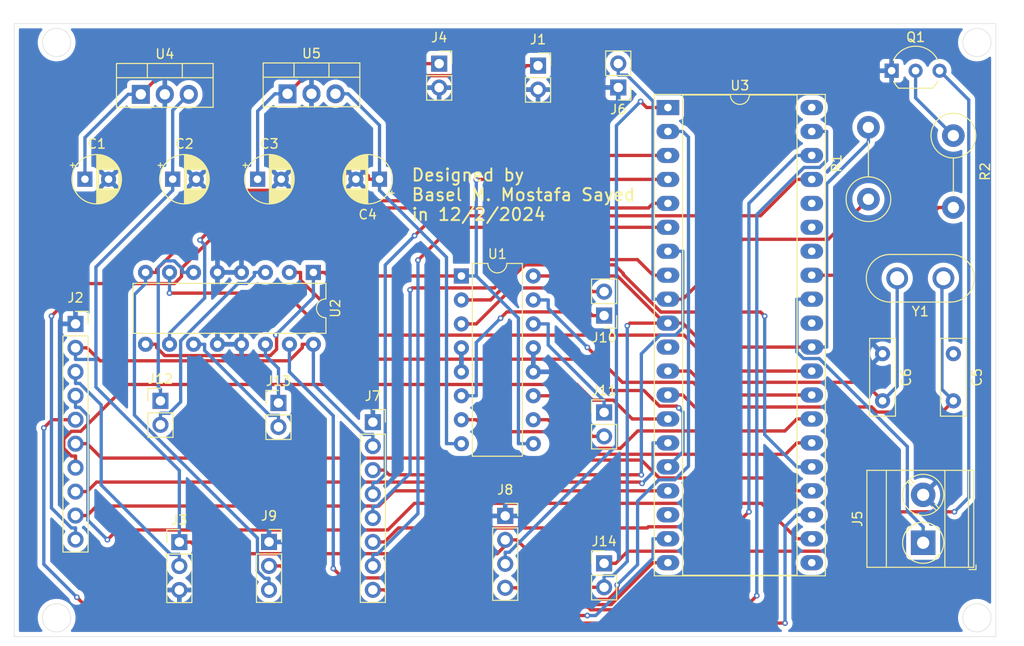
<source format=kicad_pcb>
(kicad_pcb (version 20240108) (generator "pcbnew") (generator_version "8.0")
  (layers (0 "F.Cu" signal) (31 "B.Cu" signal) (34 "B.Paste" user) (35 "F.Paste" user) (36 "B.SilkS" user "B.Silkscreen") (37 "F.SilkS" user "F.Silkscreen") (38 "B.Mask" user) (39 "F.Mask" user) (44 "Edge.Cuts" user))
  (net 0 "")
  (net 1 "GNDREF")
  (net 2 "Input_voltage")
  (net 3 "5V")
  (net 4 "Input_voltage_motors")
  (net 5 "5V Motors")
  (net 6 "Net-(U3-XTAL1)")
  (net 7 "Net-(U3-XTAL2)")
  (net 8 "RW")
  (net 9 "E")
  (net 10 "RS")
  (net 11 "LCD_D7")
  (net 12 "LCD_D5")
  (net 13 "LCD_D4")
  (net 14 "Net-(J2-Pin_3)")
  (net 15 "LCD_D6")
  (net 16 "Net-(J5-Pin_1)")
  (net 17 "Net-(J6-Pin_2)")
  (net 18 "IR_CENTER_A")
  (net 19 "IR_CENTER_D")
  (net 20 "IR_RIGHT_A")
  (net 21 "IR_LEFT_D")
  (net 22 "IR_RIGHT_D")
  (net 23 "IR_LEFT_A")
  (net 24 "TRIG")
  (net 25 "ECHO")
  (net 26 "TIM1_PWM")
  (net 27 "Net-(J10-Pin_2)")
  (net 28 "Net-(J10-Pin_1)")
  (net 29 "Net-(J11-Pin_2)")
  (net 30 "Net-(J11-Pin_1)")
  (net 31 "Net-(J12-Pin_2)")
  (net 32 "Net-(J12-Pin_1)")
  (net 33 "Net-(J13-Pin_1)")
  (net 34 "Net-(J13-Pin_2)")
  (net 35 "Net-(J14-Pin_1)")
  (net 36 "Net-(Q1-B)")
  (net 37 "BUZZER")
  (net 38 "IN1_M1")
  (net 39 "PWM_TMR0")
  (net 40 "IN2_M2")
  (net 41 "IN2_M1")
  (net 42 "IN1_M2")
  (net 43 "IN2_M4")
  (net 44 "IN1_M4")
  (net 45 "IN1_M3")
  (net 46 "IN2_M3")
  (footprint "Connector_PinHeader_2.54mm:PinHeader_1x02_P2.54mm_Vertical" (layer "F.Cu") (at 103 105)
    (property "Reference" "J12")
    (property "Value" "Motor 3")
  )
  (footprint "Connector_PinHeader_2.54mm:PinHeader_1x02_P2.54mm_Vertical" (layer "F.Cu") (at 151.5 71.775 180)
    (property "Reference" "J6")
    (property "Value" "RST switch")
  )
  (footprint "Connector_PinHeader_2.54mm:PinHeader_1x02_P2.54mm_Vertical" (layer "F.Cu") (at 115.5 105.225)
    (property "Reference" "J13")
    (property "Value" "Motor 4")
  )
  (footprint "Capacitor_THT:C_Disc_D8.0mm_W2.5mm_P5.00mm" (layer "F.Cu") (at 179.5 100 -90)
    (property "Reference" "C6")
    (property "Value" "22pF")
  )
  (footprint "Connector_PinSocket_2.54mm:PinSocket_1x08_P2.54mm_Vertical" (layer "F.Cu") (at 125.5 107.26)
    (property "Reference" "J7")
    (property "Value" "TCRT sensors")
  )
  (footprint "Package_TO_SOT_THT:TO-220-3_Vertical" (layer "F.Cu") (at 100.92 72.5)
    (property "Reference" "U4")
    (property "Value" "L7805")
  )
  (footprint "Connector_PinSocket_2.54mm:PinSocket_1x04_P2.54mm_Vertical" (layer "F.Cu") (at 139.525 117.2)
    (property "Reference" "J8")
    (property "Value" "Ultrasonic sensor")
  )
  (footprint "Package_DIP:DIP-16_W7.62mm" (layer "F.Cu") (at 134.88 91.76)
    (property "Reference" "U1")
    (property "Value" "L293D")
  )
  (footprint "Connector_PinSocket_2.54mm:PinSocket_1x10_P2.54mm_Vertical" (layer "F.Cu") (at 94 96.84)
    (property "Reference" "J2")
    (property "Value" "LCD 16x2")
  )
  (footprint "Capacitor_THT:CP_Radial_D5.0mm_P2.50mm" (layer "F.Cu") (at 95 81.5)
    (property "Reference" "C1")
    (property "Value" "1uF")
  )
  (footprint "Crystal:Crystal_HC50_Vertical" (layer "F.Cu") (at 185.95 92 180)
    (property "Reference" "Y1")
    (property "Value" "16MHZ")
  )
  (footprint "Connector_PinHeader_2.54mm:PinHeader_1x02_P2.54mm_Vertical" (layer "F.Cu") (at 150 95.96 180)
    (property "Reference" "J10")
    (property "Value" "Motor 1")
  )
  (footprint "Resistor_THT:R_Axial_DIN0414_L11.9mm_D4.5mm_P7.62mm_Vertical" (layer "F.Cu") (at 178 83.62 90)
    (property "Reference" "R1")
    (property "Value" "10kohm")
  )
  (footprint "Connector_PinHeader_2.54mm:PinHeader_1x02_P2.54mm_Vertical" (layer "F.Cu") (at 150 122.225)
    (property "Reference" "J14")
    (property "Value" "Buzzer")
  )
  (footprint "Package_TO_SOT_THT:TO-220-3_Vertical" (layer "F.Cu") (at 116.46 72.445)
    (property "Reference" "U5")
    (property "Value" "L7805")
  )
  (footprint "Capacitor_THT:C_Disc_D8.0mm_W2.5mm_P5.00mm" (layer "F.Cu") (at 187 100 -90)
    (property "Reference" "C5")
    (property "Value" "22pF")
  )
  (footprint "Connector_PinSocket_2.54mm:PinSocket_1x02_P2.54mm_Vertical" (layer "F.Cu") (at 132.525 69.25)
    (property "Reference" "J4")
    (property "Value" "IN_POW")
  )
  (footprint "Capacitor_THT:CP_Radial_D5.0mm_P2.50mm" (layer "F.Cu") (at 113.2949 81.5)
    (property "Reference" "C3")
    (property "Value" "1uF")
  )
  (footprint "Capacitor_THT:CP_Radial_D5.0mm_P2.50mm" (layer "F.Cu") (at 126.2051 81.5 180)
    (property "Reference" "C4")
    (property "Value" "10uF")
  )
  (footprint "Connector_PinHeader_2.54mm:PinHeader_1x02_P2.54mm_Vertical" (layer "F.Cu") (at 150 106.225)
    (property "Reference" "J11")
    (property "Value" "Motor 2")
  )
  (footprint "TerminalBlock_Phoenix:TerminalBlock_Phoenix_MKDS-3-2-5.08_1x02_P5.08mm_Horizontal" (layer "F.Cu") (at 183.8 120.045 90)
    (property "Reference" "J5")
    (property "Value" "AREF IN")
  )
  (footprint "Package_TO_SOT_THT:TO-92_Inline_Wide" (layer "F.Cu") (at 180.46 70)
    (property "Reference" "Q1")
    (property "Value" "2N3904")
  )
  (footprint "Package_DIP:DIP-16_W7.62mm" (layer "F.Cu") (at 119.2 91.38 -90)
    (property "Reference" "U2")
    (property "Value" "L293D")
  )
  (footprint "Capacitor_THT:CP_Radial_D5.0mm_P2.50mm" (layer "F.Cu") (at 104.2949 81.5)
    (property "Reference" "C2")
    (property "Value" "10uF")
  )
  (footprint "Resistor_THT:R_Axial_DIN0414_L11.9mm_D4.5mm_P7.62mm_Vertical" (layer "F.Cu") (at 187 76.88 -90)
    (property "Reference" "R2")
    (property "Value" "220ohm")
  )
  (footprint "Connector_PinHeader_2.54mm:PinHeader_1x03_P2.54mm_Vertical" (layer "F.Cu") (at 105 119.975)
    (property "Reference" "J3")
    (property "Value" "POT_LCD")
  )
  (footprint "Connector_PinSocket_2.54mm:PinSocket_1x03_P2.54mm_Vertical" (layer "F.Cu") (at 114.5 119.96)
    (property "Reference" "J9")
    (property "Value" "Servo")
  )
  (footprint "Package_DIP:DIP-40_W15.24mm_Socket_LongPads" (layer "F.Cu") (at 156.76 73.9)
    (property "Reference" "U3")
    (property "Value" "ATmega32A-P")
  )
  (footprint "Connector_PinSocket_2.54mm:PinSocket_1x02_P2.54mm_Vertical" (layer "F.Cu") (at 143 69.46)
    (property "Reference" "J1")
    (property "Value" "IN_MOTORS")
  )
  (gr_circle (center 92 128) (end 92 126.5) (stroke (width 0.05)) (fill none) (layer "Edge.Cuts"))
  (gr_circle (center 189.5 128) (end 189.5 126.5) (stroke (width 0.05)) (fill none) (layer "Edge.Cuts"))
  (gr_rect (start 87.5 65) (end 191.5 130) (stroke (width 0.05)) (fill none) (layer "Edge.Cuts"))
  (gr_circle (center 92 67) (end 92 65.5) (stroke (width 0.05)) (fill none) (layer "Edge.Cuts"))
  (gr_circle (center 189.5 67) (end 189.5 65.5) (stroke (width 0.05)) (fill none) (layer "Edge.Cuts"))
  (gr_text "Designed by \nBasel M. Mostafa Sayed\nin 12/2/2024\n" (at 129.5 86 0) (layer "F.SilkS") (effects (font (size 1.3 1.3) (thickness 0.2) (bold yes)) (justify left bottom)))
  (segment (start 132.525 69.25) (end 104.17 69.25) (width 0.35) (layer "F.Cu") (net 2))
  (segment (start 104.17 69.25) (end 100.92 72.5) (width 0.35) (layer "F.Cu") (net 2))
  (segment (start 95 81.5) (end 95 77.0908) (width 0.35) (layer "B.Cu") (net 2))
  (segment (start 95 77.0908) (end 99.5908 72.5) (width 0.35) (layer "B.Cu") (net 2))
  (segment (start 100.92 72.5) (end 99.5908 72.5) (width 0.35) (layer "B.Cu") (net 2))
  (segment (start 142.5 91.76) (end 144.0767 91.76) (width 0.35) (layer "F.Cu") (net 3))
  (segment (start 140.1384 119.74) (end 140.7517 119.74) (width 0.35) (layer "F.Cu") (net 3))
  (segment (start 156.9768 96.76) (end 156.76 96.76) (width 0.35) (layer "F.Cu") (net 3))
  (segment (start 140.1384 119.74) (end 138.6767 121.2017) (width 0.35) (layer "F.Cu") (net 3))
  (segment (start 105 119.975) (end 106.2267 119.975) (width 0.35) (layer "F.Cu") (net 3))
  (segment (start 160.8767 99.3) (end 158.3367 96.76) (width 0.35) (layer "F.Cu") (net 3))
  (segment (start 95.2267 99.38) (end 96.6 100.7533) (width 0.35) (layer "F.Cu") (net 3))
  (segment (start 156.4134 96.76) (end 156.76 96.76) (width 0.35) (layer "F.Cu") (net 3))
  (segment (start 139.525 119.74) (end 140.1384 119.74) (width 0.35) (layer "F.Cu") (net 3))
  (segment (start 94 99.38) (end 95.2267 99.38) (width 0.35) (layer "F.Cu") (net 3))
  (segment (start 96.6 100.7533) (end 116.6377 100.7533) (width 0.35) (layer "F.Cu") (net 3))
  (segment (start 172 99.3) (end 160.8767 99.3) (width 0.35) (layer "F.Cu") (net 3))
  (segment (start 145.7767 124.765) (end 150 124.765) (width 0.35) (layer "F.Cu") (net 3))
  (segment (start 152.736 96.76) (end 152.4539 97.0421) (width 0.35) (layer "F.Cu") (net 3))
  (segment (start 116.6377 100.7533) (end 118.0233 99.3677) (width 0.35) (layer "F.Cu") (net 3))
  (segment (start 140.7517 119.74) (end 145.7767 124.765) (width 0.35) (layer "F.Cu") (net 3))
  (segment (start 119.2 99) (end 118.0233 99) (width 0.35) (layer "F.Cu") (net 3))
  (segment (start 144.0767 91.76) (end 151.4134 91.76) (width 0.35) (layer "F.Cu") (net 3))
  (segment (start 151.4134 91.76) (end 156.4134 96.76) (width 0.35) (layer "F.Cu") (net 3))
  (segment (start 156.9768 96.76) (end 158.3367 96.76) (width 0.35) (layer "F.Cu") (net 3))
  (segment (start 107.4534 121.2017) (end 106.2267 119.975) (width 0.35) (layer "F.Cu") (net 3))
  (segment (start 156.76 96.76) (end 152.736 96.76) (width 0.35) (layer "F.Cu") (net 3))
  (segment (start 118.0233 99.3677) (end 118.0233 99) (width 0.35) (layer "F.Cu") (net 3))
  (segment (start 138.6767 121.2017) (end 107.4534 121.2017) (width 0.35) (layer "F.Cu") (net 3))
  (via (at 152.4539 97.0421) (size 0.6) (drill 0.3) (layers "F.Cu" "B.Cu") (net 3))
  (segment (start 104.2949 82.6767) (end 96.1639 90.8077) (width 0.35) (layer "B.Cu") (net 3))
  (segment (start 124.5608 108.5733) (end 125.5 108.5733) (width 0.35) (layer "B.Cu") (net 3))
  (segment (start 178 76) (end 178 77.5767) (width 0.35) (layer "B.Cu") (net 3))
  (segment (start 119.2 103.2125) (end 124.5608 108.5733) (width 0.35) (layer "B.Cu") (net 3))
  (segment (start 96.1639 90.8077) (end 96.1639 100.6067) (width 0.35) (layer "B.Cu") (net 3))
  (segment (start 119.2 100.1767) (end 119.2 103.2125) (width 0.35) (layer "B.Cu") (net 3))
  (segment (start 152.4539 97.0421) (end 152.4539 122.0236) (width 0.35) (layer "B.Cu") (net 3))
  (segment (start 150.9392 123.5383) (end 150 123.5383) (width 0.35) (layer "B.Cu") (net 3))
  (segment (start 173.5767 82) (end 178 77.5767) (width 0.35) (layer "B.Cu") (net 3))
  (segment (start 104.2949 81.5) (end 104.2949 82.6767) (width 0.35) (layer "B.Cu") (net 3))
  (segment (start 105 112.3801) (end 105 118.7483) (width 0.35) (layer "B.Cu") (net 3))
  (segment (start 172 99.3) (end 173.5767 99.3) (width 0.35) (layer "B.Cu") (net 3))
  (segment (start 104.2949 81.5) (end 104.2949 74.2051) (width 0.35) (layer "B.Cu") (net 3))
  (segment (start 94 99.38) (end 94 100.6067) (width 0.35) (layer "B.Cu") (net 3))
  (segment (start 125.5 109.8) (end 125.5 108.5733) (width 0.35) (layer "B.Cu") (net 3))
  (segment (start 152.4539 122.0236) (end 150.9392 123.5383) (width 0.35) (layer "B.Cu") (net 3))
  (segment (start 105 119.975) (end 105 118.7483) (width 0.35) (layer "B.Cu") (net 3))
  (segment (start 119.2 99) (end 119.2 100.1767) (width 0.35) (layer "B.Cu") (net 3))
  (segment (start 96.1639 103.544) (end 105 112.3801) (width 0.35) (layer "B.Cu") (net 3))
  (segment (start 173.5767 99.3) (end 173.5767 82) (width 0.35) (layer "B.Cu") (net 3))
  (segment (start 96.1639 100.6067) (end 94 100.6067) (width 0.35) (layer "B.Cu") (net 3))
  (segment (start 104.2949 74.2051) (end 106 72.5) (width 0.35) (layer "B.Cu") (net 3))
  (segment (start 150 124.765) (end 150 123.5383) (width 0.35) (layer "B.Cu") (net 3))
  (segment (start 96.1639 100.6067) (end 96.1639 103.544) (width 0.35) (layer "B.Cu") (net 3))
  (segment (start 143 69.46) (end 141.7733 69.46) (width 0.35) (layer "F.Cu") (net 4))
  (segment (start 140.7133 70.52) (end 118.385 70.52) (width 0.35) (layer "F.Cu") (net 4))
  (segment (start 118.385 70.52) (end 116.46 72.445) (width 0.35) (layer "F.Cu") (net 4))
  (segment (start 141.7733 69.46) (end 140.7133 70.52) (width 0.35) (layer "F.Cu") (net 4))
  (segment (start 113.2949 81.5) (end 113.2949 74.2809) (width 0.35) (layer "B.Cu") (net 4))
  (segment (start 116.46 72.445) (end 115.1308 72.445) (width 0.35) (layer "B.Cu") (net 4))
  (segment (start 113.2949 74.2809) (end 115.1308 72.445) (width 0.35) (layer "B.Cu") (net 4))
  (segment (start 110.9863 82.6767) (end 102.5967 91.0663) (width 0.35) (layer "F.Cu") (net 5))
  (segment (start 125.0284 81.1591) (end 124.1926 80.3233) (width 0.35) (layer "F.Cu") (net 5))
  (segment (start 125.0284 81.5) (end 125.0284 81.1591) (width 0.35) (layer "F.Cu") (net 5))
  (segment (start 124.1926 80.3233) (end 123.2177 80.3233) (width 0.35) (layer "F.Cu") (net 5))
  (segment (start 101.42 91.38) (end 102.5967 91.38) (width 0.35) (layer "F.Cu") (net 5))
  (segment (start 123.2177 80.3233) (end 120.8643 82.6767) (width 0.35) (layer "F.Cu") (net 5))
  (segment (start 120.8643 82.6767) (end 110.9863 82.6767) (width 0.35) (layer "F.Cu") (net 5))
  (segment (start 102.5967 91.0663) (end 102.5967 91.38) (width 0.35) (layer "F.Cu") (net 5))
  (segment (start 126.2051 81.5) (end 125.0284 81.5) (width 0.35) (layer "F.Cu") (net 5))
  (segment (start 100.2433 106.5182) (end 100.2433 93.7334) (width 0.35) (layer "B.Cu") (net 5))
  (segment (start 113.2733 123.0467) (end 113.2733 119.5482) (width 0.35) (layer "B.Cu") (net 5))
  (segment (start 101.42 91.38) (end 101.42 92.5567) (width 0.35) (layer "B.Cu") (net 5))
  (segment (start 113.2733 119.5482) (end 100.2433 106.5182) (width 0.35) (layer "B.Cu") (net 5))
  (segment (start 134.88 109.54) (end 133.3033 109.54) (width 0.35) (layer "B.Cu") (net 5))
  (segment (start 126.2051 81.5) (end 126.2051 75.7809) (width 0.35) (layer "B.Cu") (net 5))
  (segment (start 126.2051 75.7809) (end 122.8692 72.445) (width 0.35) (layer "B.Cu") (net 5))
  (segment (start 114.5 123.8133) (end 114.0399 123.8133) (width 0.35) (layer "B.Cu") (net 5))
  (segment (start 100.2433 93.7334) (end 101.42 92.5567) (width 0.35) (layer "B.Cu") (net 5))
  (segment (start 126.2051 81.5) (end 126.2051 82.6767) (width 0.35) (layer "B.Cu") (net 5))
  (segment (start 133.3033 89.7749) (end 126.2051 82.6767) (width 0.35) (layer "B.Cu") (net 5))
  (segment (start 133.3033 109.54) (end 133.3033 89.7749) (width 0.35) (layer "B.Cu") (net 5))
  (segment (start 114.0399 123.8133) (end 113.2733 123.0467) (width 0.35) (layer "B.Cu") (net 5))
  (segment (start 114.5 125.04) (end 114.5 123.8133) (width 0.35) (layer "B.Cu") (net 5))
  (segment (start 121.54 72.445) (end 122.8692 72.445) (width 0.35) (layer "B.Cu") (net 5))
  (segment (start 185.8095 106.1905) (end 187 105) (width 0.35) (layer "F.Cu") (net 6))
  (segment (start 156.76 104.38) (end 158.3367 104.38) (width 0.35) (layer "F.Cu") (net 6))
  (segment (start 178.35 105.65) (end 178.8905 106.1905) (width 0.35) (layer "F.Cu") (net 6))
  (segment (start 158.3367 104.38) (end 159.6067 105.65) (width 0.35) (layer "F.Cu") (net 6))
  (segment (start 178.8905 106.1905) (end 185.8095 106.1905) (width 0.35) (layer "F.Cu") (net 6))
  (segment (start 159.6067 105.65) (end 178.35 105.65) (width 0.35) (layer "F.Cu") (net 6))
  (segment (start 185.7905 103.7905) (end 187 105) (width 0.35) (layer "B.Cu") (net 6))
  (segment (start 185.95 92) (end 185.7905 92.1595) (width 0.35) (layer "B.Cu") (net 6))
  (segment (start 185.7905 92.1595) (end 185.7905 103.7905) (width 0.35) (layer "B.Cu") (net 6))
  (segment (start 160.3084 103.0315) (end 159.1169 101.84) (width 0.35) (layer "F.Cu") (net 7))
  (segment (start 177.5315 103.0315) (end 160.3084 103.0315) (width 0.35) (layer "F.Cu") (net 7))
  (segment (start 156.76 101.84) (end 158.3367 101.84) (width 0.35) (layer "F.Cu") (net 7))
  (segment (start 159.1169 101.84) (end 158.3367 101.84) (width 0.35) (layer "F.Cu") (net 7))
  (segment (start 179.5 105) (end 177.5315 103.0315) (width 0.35) (layer "F.Cu") (net 7))
  (segment (start 181.05 92) (end 181.05 103.45) (width 0.35) (layer "B.Cu") (net 7))
  (segment (start 181.05 103.45) (end 179.5 105) (width 0.35) (layer "B.Cu") (net 7))
  (segment (start 96.8817 128.5631) (end 169.1668 128.5631) (width 0.35) (layer "F.Cu") (net 8))
  (segment (start 91.515 107) (end 90.6428 107.8722) (width 0.35) (layer "F.Cu") (net 8))
  (segment (start 94 107) (end 91.515 107) (width 0.35) (layer "F.Cu") (net 8))
  (segment (start 94.1432 125.8246) (end 96.8817 128.5631) (width 0.35) (layer "F.Cu") (net 8))
  (via (at 94.1432 125.8246) (size 0.6) (drill 0.3) (layers "F.Cu" "B.Cu") (net 8))
  (via (at 90.6428 107.8722) (size 0.6) (drill 0.3) (layers "F.Cu" "B.Cu") (net 8))
  (via (at 169.1668 128.5631) (size 0.6) (drill 0.3) (layers "F.Cu" "B.Cu") (net 8))
  (segment (start 90.6428 122.3242) (end 94.1432 125.8246) (width 0.35) (layer "B.Cu") (net 8))
  (segment (start 169.1668 118.3365) (end 170.4233 117.08) (width 0.35) (layer "B.Cu") (net 8))
  (segment (start 90.6428 107.8722) (end 90.6428 122.3242) (width 0.35) (layer "B.Cu") (net 8))
  (segment (start 169.1668 128.5631) (end 169.1668 118.3365) (width 0.35) (layer "B.Cu") (net 8))
  (segment (start 172 117.08) (end 170.4233 117.08) (width 0.35) (layer "B.Cu") (net 8))
  (segment (start 146.434 111.2766) (end 153.942 111.2766) (width 0.35) (layer "F.Cu") (net 9))
  (segment (start 155.8421 113.1767) (end 169.06 113.1767) (width 0.35) (layer "F.Cu") (net 9))
  (segment (start 169.06 113.1767) (end 170.4233 114.54) (width 0.35) (layer "F.Cu") (net 9))
  (segment (start 95.2267 109.54) (end 96.7566 111.0699) (width 0.35) (layer "F.Cu") (net 9))
  (segment (start 96.7566 111.0699) (end 146.2273 111.0699) (width 0.35) (layer "F.Cu") (net 9))
  (segment (start 94 109.54) (end 95.2267 109.54) (width 0.35) (layer "F.Cu") (net 9))
  (segment (start 153.942 111.2766) (end 155.8421 113.1767) (width 0.35) (layer "F.Cu") (net 9))
  (segment (start 172 114.54) (end 170.4233 114.54) (width 0.35) (layer "F.Cu") (net 9))
  (segment (start 146.2273 111.0699) (end 146.434 111.2766) (width 0.35) (layer "F.Cu") (net 9))
  (segment (start 172 119.62) (end 170.4233 119.62) (width 0.35) (layer "F.Cu") (net 10))
  (segment (start 127.0843 118.69) (end 98.415 118.69) (width 0.35) (layer "F.Cu") (net 10))
  (segment (start 166.6683 115.865) (end 129.9093 115.865) (width 0.35) (layer "F.Cu") (net 10))
  (segment (start 170.4233 119.62) (end 166.6683 115.865) (width 0.35) (layer "F.Cu") (net 10))
  (segment (start 129.9093 115.865) (end 127.0843 118.69) (width 0.35) (layer "F.Cu") (net 10))
  (segment (start 98.415 118.69) (end 97.378 119.727) (width 0.35) (layer "F.Cu") (net 10))
  (via (at 97.378 119.727) (size 0.6) (drill 0.3) (layers "F.Cu" "B.Cu") (net 10))
  (segment (start 95.3148 106.566) (end 94.4355 105.6867) (width 0.35) (layer "B.Cu") (net 10))
  (segment (start 94.4355 105.6867) (end 94 105.6867) (width 0.35) (layer "B.Cu") (net 10))
  (segment (start 97.378 119.727) (end 95.3148 117.6638) (width 0.35) (layer "B.Cu") (net 10))
  (segment (start 95.3148 117.6638) (end 95.3148 106.566) (width 0.35) (layer "B.Cu") (net 10))
  (segment (start 94 104.46) (end 94 105.6867) (width 0.35) (layer "B.Cu") (net 10))
  (segment (start 111.6336 84.5477) (end 154.6956 84.5477) (width 0.35) (layer "F.Cu") (net 11))
  (segment (start 94.9015 92.5665) (end 104.4815 92.5665) (width 0.35) (layer "F.Cu") (net 11))
  (segment (start 105.23 91.818) (end 105.23 90.9513) (width 0.35) (layer "F.Cu") (net 11))
  (segment (start 156.76 84.06) (end 155.1833 84.06) (width 0.35) (layer "F.Cu") (net 11))
  (segment (start 104.4815 92.5665) (end 105.23 91.818) (width 0.35) (layer "F.Cu") (net 11))
  (segment (start 154.6956 84.5477) (end 155.1833 84.06) (width 0.35) (layer "F.Cu") (net 11))
  (segment (start 105.23 90.9513) (end 111.6336 84.5477) (width 0.35) (layer "F.Cu") (net 11))
  (segment (start 91.4506 96.0174) (end 94.9015 92.5665) (width 0.35) (layer "F.Cu") (net 11))
  (via (at 91.4506 96.0174) (size 0.6) (drill 0.3) (layers "F.Cu" "B.Cu") (net 11))
  (segment (start 93.5645 118.4733) (end 91.4506 116.3594) (width 0.35) (layer "B.Cu") (net 11))
  (segment (start 91.4506 116.3594) (end 91.4506 96.0174) (width 0.35) (layer "B.Cu") (net 11))
  (segment (start 94 118.4733) (end 93.5645 118.4733) (width 0.35) (layer "B.Cu") (net 11))
  (segment (start 94 119.7) (end 94 118.4733) (width 0.35) (layer "B.Cu") (net 11))
  (segment (start 94 114.62) (end 95.2267 114.62) (width 0.35) (layer "F.Cu") (net 12))
  (segment (start 96.2366 113.6101) (end 153.8713 113.6101) (width 0.35) (layer "F.Cu") (net 12))
  (segment (start 153.8713 113.6101) (end 154.0143 113.7531) (width 0.35) (layer "F.Cu") (net 12))
  (segment (start 95.2267 114.62) (end 96.2366 113.6101) (width 0.35) (layer "F.Cu") (net 12))
  (via (at 154.0143 113.7531) (size 0.6) (drill 0.3) (layers "F.Cu" "B.Cu") (net 12))
  (segment (start 155.1833 109.46) (end 155.1833 112.5841) (width 0.35) (layer "B.Cu") (net 12))
  (segment (start 155.1833 112.5841) (end 154.0143 113.7531) (width 0.35) (layer "B.Cu") (net 12))
  (segment (start 156.76 109.46) (end 155.1833 109.46) (width 0.35) (layer "B.Cu") (net 12))
  (segment (start 152.9773 106.92) (end 150.9804 104.9231) (width 0.35) (layer "F.Cu") (net 13))
  (segment (start 156.76 106.92) (end 152.9773 106.92) (width 0.35) (layer "F.Cu") (net 13))
  (segment (start 147.1175 103.2658) (end 99.5126 103.2658) (width 0.35) (layer "F.Cu") (net 13))
  (segment (start 92.755 109.0376) (end 92.755 110.0438) (width 0.35) (layer "F.Cu") (net 13))
  (segment (start 148.7748 104.9231) (end 147.1175 103.2658) (width 0.35) (layer "F.Cu") (net 13))
  (segment (start 150.9804 104.9231) (end 148.7748 104.9231) (width 0.35) (layer "F.Cu") (net 13))
  (segment (start 99.5126 103.2658) (end 94.5517 108.2267) (width 0.35) (layer "F.Cu") (net 13))
  (segment (start 93.5645 110.8533) (end 94 110.8533) (width 0.35) (layer "F.Cu") (net 13))
  (segment (start 94 112.08) (end 94 110.8533) (width 0.35) (layer "F.Cu") (net 13))
  (segment (start 93.5659 108.2267) (end 92.755 109.0376) (width 0.35) (layer "F.Cu") (net 13))
  (segment (start 94.5517 108.2267) (end 93.5659 108.2267) (width 0.35) (layer "F.Cu") (net 13))
  (segment (start 92.755 110.0438) (end 93.5645 110.8533) (width 0.35) (layer "F.Cu") (net 13))
  (segment (start 94.4376 103.1467) (end 94 103.1467) (width 0.35) (layer "B.Cu") (net 14))
  (segment (start 94 101.92) (end 94 103.1467) (width 0.35) (layer "B.Cu") (net 14))
  (segment (start 96.7226 105.4317) (end 94.4376 103.1467) (width 0.35) (layer "B.Cu") (net 14))
  (segment (start 105 122.515) (end 105 121.2883) (width 0.35) (layer "B.Cu") (net 14))
  (segment (start 104.0799 121.2883) (end 96.7226 113.931) (width 0.35) (layer "B.Cu") (net 14))
  (segment (start 96.7226 113.931) (end 96.7226 105.4317) (width 0.35) (layer "B.Cu") (net 14))
  (segment (start 105 121.2883) (end 104.0799 121.2883) (width 0.35) (layer "B.Cu") (net 14))
  (segment (start 155.1833 114.54) (end 127.74 114.54) (width 0.35) (layer "F.Cu") (net 15))
  (segment (start 126.13 116.15) (end 96.2367 116.15) (width 0.35) (layer "F.Cu") (net 15))
  (segment (start 127.74 114.54) (end 126.13 116.15) (width 0.35) (layer "F.Cu") (net 15))
  (segment (start 156.76 114.54) (end 155.1833 114.54) (width 0.35) (layer "F.Cu") (net 15))
  (segment (start 96.2367 116.15) (end 95.2267 117.16) (width 0.35) (layer "F.Cu") (net 15))
  (segment (start 94 117.16) (end 95.2267 117.16) (width 0.35) (layer "F.Cu") (net 15))
  (segment (start 172 94.22) (end 170.4233 94.22) (width 0.35) (layer "B.Cu") (net 16))
  (segment (start 183.8 120.045) (end 183.8 118.3683) (width 0.35) (layer "B.Cu") (net 16))
  (segment (start 182.1233 109.8456) (end 182.1233 116.6916) (width 0.35) (layer "B.Cu") (net 16))
  (segment (start 171.1296 100.5211) (end 172.7988 100.5211) (width 0.35) (layer "B.Cu") (net 16))
  (segment (start 182.1233 116.6916) (end 183.8 118.3683) (width 0.35) (layer "B.Cu") (net 16))
  (segment (start 170.4233 99.8148) (end 171.1296 100.5211) (width 0.35) (layer "B.Cu") (net 16))
  (segment (start 172.7988 100.5211) (end 182.1233 109.8456) (width 0.35) (layer "B.Cu") (net 16))
  (segment (start 170.4233 94.22) (end 170.4233 99.8148) (width 0.35) (layer "B.Cu") (net 16))
  (segment (start 178 83.62) (end 173.75 87.87) (width 0.35) (layer "F.Cu") (net 17))
  (segment (start 156.76 94.22) (end 158.3367 94.22) (width 0.35) (layer "F.Cu") (net 17))
  (segment (start 173.75 87.87) (end 164.6867 87.87) (width 0.35) (layer "F.Cu") (net 17))
  (segment (start 164.6867 87.87) (end 158.3367 94.22) (width 0.35) (layer "F.Cu") (net 17))
  (segment (start 152.4201 70.4617) (end 155.1833 73.2249) (width 0.35) (layer "B.Cu") (net 17))
  (segment (start 151.5 69.235) (end 151.5 70.4617) (width 0.35) (layer "B.Cu") (net 17))
  (segment (start 155.1833 73.2249) (end 155.1833 94.22) (width 0.35) (layer "B.Cu") (net 17))
  (segment (start 151.5 70.4617) (end 152.4201 70.4617) (width 0.35) (layer "B.Cu") (net 17))
  (segment (start 156.76 94.22) (end 155.1833 94.22) (width 0.35) (layer "B.Cu") (net 17))
  (segment (start 125.5 125.04) (end 126.7267 125.04) (width 0.35) (layer "F.Cu") (net 18))
  (segment (start 148.2802 126.8549) (end 148.5754 127.1501) (width 0.35) (layer "F.Cu") (net 18))
  (segment (start 126.7267 125.04) (end 128.5416 126.8549) (width 0.35) (layer "F.Cu") (net 18))
  (segment (start 164.6799 127.1501) (end 166.1756 125.6544) (width 0.35) (layer "F.Cu") (net 18))
  (segment (start 148.5754 127.1501) (end 164.6799 127.1501) (width 0.35) (layer "F.Cu") (net 18))
  (segment (start 128.5416 126.8549) (end 148.2802 126.8549) (width 0.35) (layer "F.Cu") (net 18))
  (via (at 166.1756 125.6544) (size 0.6) (drill 0.3) (layers "F.Cu" "B.Cu") (net 18))
  (segment (start 173.5767 76.44) (end 173.5767 79.5063) (width 0.35) (layer "B.Cu") (net 18))
  (segment (start 173.5767 79.5063) (end 172.833 80.25) (width 0.35) (layer "B.Cu") (net 18))
  (segment (start 171.1774 80.25) (end 166.1756 85.2518) (width 0.35) (layer "B.Cu") (net 18))
  (segment (start 166.1756 85.2518) (end 166.1756 125.6544) (width 0.35) (layer "B.Cu") (net 18))
  (segment (start 172 76.44) (end 173.5767 76.44) (width 0.35) (layer "B.Cu") (net 18))
  (segment (start 172.833 80.25) (end 171.1774 80.25) (width 0.35) (layer "B.Cu") (net 18))
  (segment (start 133.7712 86.6) (end 130.2812 90.09) (width 0.35) (layer "F.Cu") (net 19))
  (segment (start 156.76 86.6) (end 155.1833 86.6) (width 0.35) (layer "F.Cu") (net 19))
  (segment (start 155.1833 86.6) (end 133.7712 86.6) (width 0.35) (layer "F.Cu") (net 19))
  (via (at 130.2812 90.09) (size 0.6) (drill 0.3) (layers "F.Cu" "B.Cu") (net 19))
  (segment (start 125.5 121.2733) (end 125.96 121.2733) (width 0.35) (layer "B.Cu") (net 19))
  (segment (start 125.5 122.5) (end 125.5 121.2733) (width 0.35) (layer "B.Cu") (net 19))
  (segment (start 130.2812 116.9521) (end 130.2812 90.09) (width 0.35) (layer "B.Cu") (net 19))
  (segment (start 125.96 121.2733) (end 130.2812 116.9521) (width 0.35) (layer "B.Cu") (net 19))
  (segment (start 132.0287 85.3789) (end 129.9248 87.4828) (width 0.35) (layer "F.Cu") (net 20))
  (segment (start 172 81.52) (end 170.4233 81.52) (width 0.35) (layer "F.Cu") (net 20))
  (segment (start 166.5644 85.3789) (end 132.0287 85.3789) (width 0.35) (layer "F.Cu") (net 20))
  (segment (start 170.4233 81.52) (end 166.5644 85.3789) (width 0.35) (layer "F.Cu") (net 20))
  (via (at 129.9248 87.4828) (size 0.6) (drill 0.3) (layers "F.Cu" "B.Cu") (net 20))
  (segment (start 126.8148 90.5928) (end 126.8148 112.774) (width 0.35) (layer "B.Cu") (net 20))
  (segment (start 125.5 114.88) (end 125.5 113.6533) (width 0.35) (layer "B.Cu") (net 20))
  (segment (start 125.9355 113.6533) (end 125.5 113.6533) (width 0.35) (layer "B.Cu") (net 20))
  (segment (start 126.8148 112.774) (end 125.9355 113.6533) (width 0.35) (layer "B.Cu") (net 20))
  (segment (start 129.9248 87.4828) (end 126.8148 90.5928) (width 0.35) (layer "B.Cu") (net 20))
  (segment (start 138.3872 93.0284) (end 129.6528 93.0284) (width 0.35) (layer "F.Cu") (net 21))
  (segment (start 155.1833 91.68) (end 153.5318 90.0285) (width 0.35) (layer "F.Cu") (net 21))
  (segment (start 129.6528 93.0284) (end 129.4459 93.2353) (width 0.35) (layer "F.Cu") (net 21))
  (segment (start 153.5318 90.0285) (end 141.3871 90.0285) (width 0.35) (layer "F.Cu") (net 21))
  (segment (start 141.3871 90.0285) (end 138.3872 93.0284) (width 0.35) (layer "F.Cu") (net 21))
  (segment (start 156.76 91.68) (end 155.1833 91.68) (width 0.35) (layer "F.Cu") (net 21))
  (via (at 129.4459 93.2353) (size 0.6) (drill 0.3) (layers "F.Cu" "B.Cu") (net 21))
  (segment (start 129.4459 93.2353) (end 129.4459 112.6829) (width 0.35) (layer "B.Cu") (net 21))
  (segment (start 129.4459 112.6829) (end 125.9355 116.1933) (width 0.35) (layer "B.Cu") (net 21))
  (segment (start 125.5 117.42) (end 125.5 116.1933) (width 0.35) (layer "B.Cu") (net 21))
  (segment (start 125.9355 116.1933) (end 125.5 116.1933) (width 0.35) (layer "B.Cu") (net 21))
  (segment (start 126.7267 112.34) (end 127.2264 112.8397) (width 0.35) (layer "F.Cu") (net 22))
  (segment (start 127.2264 112.8397) (end 153.9448 112.8397) (width 0.35) (layer "F.Cu") (net 22))
  (segment (start 125.5 112.34) (end 126.7267 112.34) (width 0.35) (layer "F.Cu") (net 22))
  (via (at 153.9448 112.8397) (size 0.6) (drill 0.3) (layers "F.Cu" "B.Cu") (net 22))
  (segment (start 158.3367 97.2538) (end 157.5605 98.03) (width 0.35) (layer "B.Cu") (net 22))
  (segment (start 157.5605 98.03) (end 155.9272 98.03) (width 0.35) (layer "B.Cu") (net 22))
  (segment (start 156.76 89.14) (end 158.3367 89.14) (width 0.35) (layer "B.Cu") (net 22))
  (segment (start 155.9272 98.03) (end 153.9448 100.0124) (width 0.35) (layer "B.Cu") (net 22))
  (segment (start 158.3367 89.14) (end 158.3367 97.2538) (width 0.35) (layer "B.Cu") (net 22))
  (segment (start 153.9448 100.0124) (end 153.9448 112.8397) (width 0.35) (layer "B.Cu") (net 22))
  (segment (start 128.2117 118.475) (end 154.5664 118.475) (width 0.35) (layer "F.Cu") (net 23))
  (segment (start 126.7267 119.96) (end 128.2117 118.475) (width 0.35) (layer "F.Cu") (net 23))
  (segment (start 163.7536 118.35) (end 165.3403 116.7633) (width 0.35) (layer "F.Cu") (net 23))
  (segment (start 125.5 119.96) (end 126.7267 119.96) (width 0.35) (layer "F.Cu") (net 23))
  (segment (start 154.6914 118.35) (end 163.7536 118.35) (width 0.35) (layer "F.Cu") (net 23))
  (segment (start 154.5664 118.475) (end 154.6914 118.35) (width 0.35) (layer "F.Cu") (net 23))
  (via (at 165.3403 116.7633) (size 0.6) (drill 0.3) (layers "F.Cu" "B.Cu") (net 23))
  (segment (start 172 78.98) (end 170.4233 78.98) (width 0.35) (layer "B.Cu") (net 23))
  (segment (start 165.3403 84.063) (end 165.3403 116.7633) (width 0.35) (layer "B.Cu") (net 23))
  (segment (start 170.4233 78.98) (end 165.3403 84.063) (width 0.35) (layer "B.Cu") (net 23))
  (segment (start 154.5034 73.9) (end 153.8632 73.2598) (width 0.35) (layer "F.Cu") (net 24))
  (segment (start 156.76 73.9) (end 154.5034 73.9) (width 0.35) (layer "F.Cu") (net 24))
  (via (at 153.8632 73.2598) (size 0.6) (drill 0.3) (layers "F.Cu" "B.Cu") (net 24))
  (segment (start 139.9605 121.0533) (end 139.525 121.0533) (width 0.35) (layer "B.Cu") (net 24))
  (segment (start 151.3064 75.8166) (end 151.3064 109.7074) (width 0.35) (layer "B.Cu") (net 24))
  (segment (start 153.8632 73.2598) (end 151.3064 75.8166) (width 0.35) (layer "B.Cu") (net 24))
  (segment (start 151.3064 109.7074) (end 139.9605 121.0533) (width 0.35) (layer "B.Cu") (net 24))
  (segment (start 139.525 122.28) (end 139.525 121.0533) (width 0.35) (layer "B.Cu") (net 24))
  (segment (start 148.314 125.3283) (end 141.26 125.3283) (width 0.35) (layer "F.Cu") (net 25))
  (segment (start 149.0324 126.0467) (end 148.314 125.3283) (width 0.35) (layer "F.Cu") (net 25))
  (segment (start 151.3835 124.5268) (end 151.3835 125.1164) (width 0.35) (layer "F.Cu") (net 25))
  (segment (start 141.26 125.3283) (end 140.7517 124.82) (width 0.35) (layer "F.Cu") (net 25))
  (segment (start 151.3835 125.1164) (end 150.4532 126.0467) (width 0.35) (layer "F.Cu") (net 25))
  (segment (start 150.4532 126.0467) (end 149.0324 126.0467) (width 0.35) (layer "F.Cu") (net 25))
  (segment (start 139.525 124.82) (end 140.7517 124.82) (width 0.35) (layer "F.Cu") (net 25))
  (via (at 151.3835 124.5268) (size 0.6) (drill 0.3) (layers "F.Cu" "B.Cu") (net 25))
  (segment (start 158.9387 111.9207) (end 158.9387 77.042) (width 0.35) (layer "B.Cu") (net 25))
  (segment (start 157.4961 113.3633) (end 158.9387 111.9207) (width 0.35) (layer "B.Cu") (net 25))
  (segment (start 153.5448 115.629) (end 155.8105 113.3633) (width 0.35) (layer "B.Cu") (net 25))
  (segment (start 153.5448 122.3655) (end 153.5448 115.629) (width 0.35) (layer "B.Cu") (net 25))
  (segment (start 151.3835 124.5268) (end 153.5448 122.3655) (width 0.35) (layer "B.Cu") (net 25))
  (segment (start 155.8105 113.3633) (end 157.4961 113.3633) (width 0.35) (layer "B.Cu") (net 25))
  (segment (start 156.76 76.44) (end 158.3367 76.44) (width 0.35) (layer "B.Cu") (net 25))
  (segment (start 158.9387 77.042) (end 158.3367 76.44) (width 0.35) (layer "B.Cu") (net 25))
  (segment (start 120.9871 127.7604) (end 115.7267 122.5) (width 0.35) (layer "F.Cu") (net 26))
  (segment (start 148.2285 127.7604) (end 120.9871 127.7604) (width 0.35) (layer "F.Cu") (net 26))
  (segment (start 114.5 122.5) (end 115.7267 122.5) (width 0.35) (layer "F.Cu") (net 26))
  (via (at 148.2285 127.7604) (size 0.6) (drill 0.3) (layers "F.Cu" "B.Cu") (net 26))
  (segment (start 149.1069 127.7604) (end 148.2285 127.7604) (width 0.35) (layer "B.Cu") (net 26))
  (segment (start 155.1833 119.62) (end 155.1833 121.684) (width 0.35) (layer "B.Cu") (net 26))
  (segment (start 155.1833 121.684) (end 149.1069 127.7604) (width 0.35) (layer "B.Cu") (net 26))
  (segment (start 156.76 119.62) (end 155.1833 119.62) (width 0.35) (layer "B.Cu") (net 26))
  (segment (start 150 93.42) (end 148.7733 93.42) (width 0.35) (layer "F.Cu") (net 27))
  (segment (start 134.88 96.84) (end 136.4567 96.84) (width 0.35) (layer "F.Cu") (net 27))
  (segment (start 148.3833 93.03) (end 148.7733 93.42) (width 0.35) (layer "F.Cu") (net 27))
  (segment (start 136.4567 96.84) (end 140.2667 93.03) (width 0.35) (layer "F.Cu") (net 27))
  (segment (start 140.2667 93.03) (end 148.3833 93.03) (width 0.35) (layer "F.Cu") (net 27))
  (segment (start 148.3833 95.57) (end 139.698 95.57) (width 0.35) (layer "F.Cu") (net 28))
  (segment (start 148.7733 95.96) (end 148.3833 95.57) (width 0.35) (layer "F.Cu") (net 28))
  (segment (start 150 95.96) (end 148.7733 95.96) (width 0.35) (layer "F.Cu") (net 28))
  (segment (start 139.698 95.57) (end 139.0317 96.2363) (width 0.35) (layer "F.Cu") (net 28))
  (via (at 139.0317 96.2363) (size 0.6) (drill 0.3) (layers "F.Cu" "B.Cu") (net 28))
  (segment (start 136.4567 98.8113) (end 139.0317 96.2363) (width 0.35) (layer "B.Cu") (net 28))
  (segment (start 136.4567 104.46) (end 136.4567 98.8113) (width 0.35) (layer "B.Cu") (net 28))
  (segment (start 134.88 104.46) (end 136.4567 104.46) (width 0.35) (layer "B.Cu") (net 28))
  (segment (start 150 108.765) (end 148.7733 108.765) (width 0.35) (layer "F.Cu") (net 29))
  (segment (start 142.5 104.46) (end 144.4683 104.46) (width 0.35) (layer "F.Cu") (net 29))
  (segment (start 144.4683 104.46) (end 148.7733 108.765) (width 0.35) (layer "F.Cu") (net 29))
  (segment (start 150 106.225) (end 150 104.9983) (width 0.35) (layer "B.Cu") (net 30))
  (segment (start 144.0767 99.075) (end 150 104.9983) (width 0.35) (layer "B.Cu") (net 30))
  (segment (start 142.5 96.84) (end 144.0767 96.84) (width 0.35) (layer "B.Cu") (net 30))
  (segment (start 144.0767 96.84) (end 144.0767 99.075) (width 0.35) (layer "B.Cu") (net 30))
  (segment (start 103 107.54) (end 103 106.3133) (width 0.35) (layer "B.Cu") (net 31))
  (segment (start 103.9392 106.3133) (end 103 106.3133) (width 0.35) (layer "B.Cu") (net 31))
  (segment (start 105.1367 105.1158) (end 103.9392 106.3133) (width 0.35) (layer "B.Cu") (net 31))
  (segment (start 112.9433 91.38) (end 112.9433 91.7478) (width 0.35) (layer "B.Cu") (net 31))
  (segment (start 105.1367 98.639) (end 105.1367 105.1158) (width 0.35) (layer "B.Cu") (net 31))
  (segment (start 111.219 92.5567) (end 105.1367 98.639) (width 0.35) (layer "B.Cu") (net 31))
  (segment (start 112.1344 92.5567) (end 111.219 92.5567) (width 0.35) (layer "B.Cu") (net 31))
  (segment (start 114.12 91.38) (end 112.9433 91.38) (width 0.35) (layer "B.Cu") (net 31))
  (segment (start 112.9433 91.7478) (end 112.1344 92.5567) (width 0.35) (layer "B.Cu") (net 31))
  (segment (start 106.5 91.38) (end 105.3233 91.38) (width 0.35) (layer "B.Cu") (net 32))
  (segment (start 102.7675 90.842) (end 102.7675 103.5408) (width 0.35) (layer "B.Cu") (net 32))
  (segment (start 102.7675 103.5408) (end 103 103.7733) (width 0.35) (layer "B.Cu") (net 32))
  (segment (start 105.3233 91.0123) (end 104.4701 90.1591) (width 0.35) (layer "B.Cu") (net 32))
  (segment (start 105.3233 91.38) (end 105.3233 91.0123) (width 0.35) (layer "B.Cu") (net 32))
  (segment (start 104.4701 90.1591) (end 103.4504 90.1591) (width 0.35) (layer "B.Cu") (net 32))
  (segment (start 103.4504 90.1591) (end 102.7675 90.842) (width 0.35) (layer "B.Cu") (net 32))
  (segment (start 103 105) (end 103 103.7733) (width 0.35) (layer "B.Cu") (net 32))
  (segment (start 115.5 101.5567) (end 115.5 105.225) (width 0.35) (layer "B.Cu") (net 33))
  (segment (start 114.12 99) (end 114.12 100.1767) (width 0.35) (layer "B.Cu") (net 33))
  (segment (start 114.12 100.1767) (end 115.5 101.5567) (width 0.35) (layer "B.Cu") (net 33))
  (segment (start 115.5 107.765) (end 115.5 106.5383) (width 0.35) (layer "B.Cu") (net 34))
  (segment (start 106.5 99) (end 107.6767 99) (width 0.35) (layer "B.Cu") (net 34))
  (segment (start 107.6767 99.6542) (end 114.5608 106.5383) (width 0.35) (layer "B.Cu") (net 34))
  (segment (start 114.5608 106.5383) (end 115.5 106.5383) (width 0.35) (layer "B.Cu") (net 34))
  (segment (start 107.6767 99) (end 107.6767 99.6542) (width 0.35) (layer "B.Cu") (net 34))
  (segment (start 152.5128 120.9389) (end 151.2267 122.225) (width 0.35) (layer "F.Cu") (net 35))
  (segment (start 187.114 116.7633) (end 179.3491 116.7633) (width 0.35) (layer "F.Cu") (net 35))
  (segment (start 179.3491 116.7633) (end 175.1735 120.9389) (width 0.35) (layer "F.Cu") (net 35))
  (segment (start 150 122.225) (end 151.2267 122.225) (width 0.35) (layer "F.Cu") (net 35))
  (segment (start 175.1735 120.9389) (end 152.5128 120.9389) (width 0.35) (layer "F.Cu") (net 35))
  (via (at 187.114 116.7633) (size 0.6) (drill 0.3) (layers "F.Cu" "B.Cu") (net 35))
  (segment (start 185.54 70) (end 188.6297 73.0897) (width 0.35) (layer "B.Cu") (net 35))
  (segment (start 188.6297 115.2476) (end 187.114 116.7633) (width 0.35) (layer "B.Cu") (net 35))
  (segment (start 188.6297 73.0897) (end 188.6297 115.2476) (width 0.35) (layer "B.Cu") (net 35))
  (segment (start 187 76.88) (end 183 72.88) (width 0.35) (layer "B.Cu") (net 36))
  (segment (start 183 72.88) (end 183 70) (width 0.35) (layer "B.Cu") (net 36))
  (segment (start 172 91.68) (end 178.2433 91.68) (width 0.35) (layer "F.Cu") (net 37))
  (segment (start 187 84.5) (end 185.4233 84.5) (width 0.35) (layer "F.Cu") (net 37))
  (segment (start 178.2433 91.68) (end 185.4233 84.5) (width 0.35) (layer "F.Cu") (net 37))
  (segment (start 139.0046 93.2719) (end 137.9765 94.3) (width 0.35) (layer "F.Cu") (net 38))
  (segment (start 139.0046 93.1912) (end 139.0046 93.2719) (width 0.35) (layer "F.Cu") (net 38))
  (segment (start 167.0109 96.0174) (end 166.5768 95.5833) (width 0.35) (layer "F.Cu") (net 38))
  (segment (start 152.0323 91.5014) (end 151.1111 90.5802) (width 0.35) (layer "F.Cu") (net 38))
  (segment (start 151.1111 90.5802) (end 141.6156 90.5802) (width 0.35) (layer "F.Cu") (net 38))
  (segment (start 152.0323 91.5987) (end 152.0323 91.5014) (width 0.35) (layer "F.Cu") (net 38))
  (segment (start 137.9765 94.3) (end 134.88 94.3) (width 0.35) (layer "F.Cu") (net 38))
  (segment (start 166.5768 95.5833) (end 156.0169 95.5833) (width 0.35) (layer "F.Cu") (net 38))
  (segment (start 156.0169 95.5833) (end 152.0323 91.5987) (width 0.35) (layer "F.Cu") (net 38))
  (segment (start 141.6156 90.5802) (end 139.0046 93.1912) (width 0.35) (layer "F.Cu") (net 38))
  (via (at 167.0109 96.0174) (size 0.6) (drill 0.3) (layers "F.Cu" "B.Cu") (net 38))
  (segment (start 167.0109 108.5876) (end 167.0109 96.0174) (width 0.35) (layer "B.Cu") (net 38))
  (segment (start 172 112) (end 170.4233 112) (width 0.35) (layer "B.Cu") (net 38))
  (segment (start 170.4233 112) (end 167.0109 108.5876) (width 0.35) (layer "B.Cu") (net 38))
  (segment (start 120.7567 91.76) (end 120.3767 91.38) (width 0.35) (layer "F.Cu") (net 39))
  (segment (start 115.2143 98.0254) (end 115.3021 98.1132) (width 0.35) (layer "F.Cu") (net 39))
  (segment (start 114.6399 100.2016) (end 103.4508 100.2016) (width 0.35) (layer "F.Cu") (net 39))
  (segment (start 115.3021 98.1132) (end 115.3021 99.5394) (width 0.35) (layer "F.Cu") (net 39))
  (segment (start 103.4508 100.2016) (end 102.5967 99.3475) (width 0.35) (layer "F.Cu") (net 39))
  (segment (start 102.5967 99.3475) (end 102.5967 99) (width 0.35) (layer "F.Cu") (net 39))
  (segment (start 156.76 81.52) (end 136.5097 81.52) (width 0.35) (layer "F.Cu") (net 39))
  (segment (start 136.5097 81.52) (end 136.4567 81.573) (width 0.35) (layer "F.Cu") (net 39))
  (segment (start 115.3021 99.5394) (end 114.6399 100.2016) (width 0.35) (layer "F.Cu") (net 39))
  (segment (start 101.42 99) (end 102.5967 99) (width 0.35) (layer "F.Cu") (net 39))
  (segment (start 119.2 91.38) (end 120.3767 91.38) (width 0.35) (layer "F.Cu") (net 39))
  (segment (start 134.88 91.76) (end 120.7567 91.76) (width 0.35) (layer "F.Cu") (net 39))
  (via (at 136.4567 81.573) (size 0.6) (drill 0.3) (layers "F.Cu" "B.Cu") (net 39))
  (via (at 115.2143 98.0254) (size 0.6) (drill 0.3) (layers "F.Cu" "B.Cu") (net 39))
  (segment (start 136.4567 81.573) (end 136.4567 91.76) (width 0.35) (layer "B.Cu") (net 39))
  (segment (start 142.5 109.54) (end 140.9233 109.54) (width 0.35) (layer "B.Cu") (net 39))
  (segment (start 140.9233 96.2266) (end 136.4567 91.76) (width 0.35) (layer "B.Cu") (net 39))
  (segment (start 140.9233 109.54) (end 140.9233 96.2266) (width 0.35) (layer "B.Cu") (net 39))
  (segment (start 119.2 91.38) (end 119.2 94.0397) (width 0.35) (layer "B.Cu") (net 39))
  (segment (start 119.2 94.0397) (end 115.2143 98.0254) (width 0.35) (layer "B.Cu") (net 39))
  (segment (start 134.88 91.76) (end 136.4567 91.76) (width 0.35) (layer "B.Cu") (net 39))
  (segment (start 160.7794 104.38) (end 172 104.38) (width 0.35) (layer "F.Cu") (net 40))
  (segment (start 159.4324 103.033) (end 160.7794 104.38) (width 0.35) (layer "F.Cu") (net 40))
  (segment (start 151.9274 103.033) (end 159.4324 103.033) (width 0.35) (layer "F.Cu") (net 40))
  (segment (start 148.2284 99.334) (end 151.9274 103.033) (width 0.35) (layer "F.Cu") (net 40))
  (via (at 148.2284 99.334) (size 0.6) (drill 0.3) (layers "F.Cu" "B.Cu") (net 40))
  (segment (start 144.0767 94.3) (end 144.0767 95.1823) (width 0.35) (layer "B.Cu") (net 40))
  (segment (start 144.0767 95.1823) (end 148.2284 99.334) (width 0.35) (layer "B.Cu") (net 40))
  (segment (start 142.5 94.3) (end 144.0767 94.3) (width 0.35) (layer "B.Cu") (net 40))
  (segment (start 137.7267 108.27) (end 136.4567 107) (width 0.35) (layer "F.Cu") (net 41))
  (segment (start 169.2221 110.6612) (end 146.6476 110.6612) (width 0.35) (layer "F.Cu") (net 41))
  (segment (start 134.88 107) (end 136.4567 107) (width 0.35) (layer "F.Cu") (net 41))
  (segment (start 170.4233 109.46) (end 169.2221 110.6612) (width 0.35) (layer "F.Cu") (net 41))
  (segment (start 172 109.46) (end 170.4233 109.46) (width 0.35) (layer "F.Cu") (net 41))
  (segment (start 146.6476 110.6612) (end 144.2564 108.27) (width 0.35) (layer "F.Cu") (net 41))
  (segment (start 144.2564 108.27) (end 137.7267 108.27) (width 0.35) (layer "F.Cu") (net 41))
  (segment (start 169.1533 108.19) (end 170.4233 106.92) (width 0.35) (layer "F.Cu") (net 42))
  (segment (start 153.5634 108.19) (end 169.1533 108.19) (width 0.35) (layer "F.Cu") (net 42))
  (segment (start 151.7221 110.0313) (end 153.5634 108.19) (width 0.35) (layer "F.Cu") (net 42))
  (segment (start 147.108 110.0313) (end 151.7221 110.0313) (width 0.35) (layer "F.Cu") (net 42))
  (segment (start 144.0767 107) (end 147.108 110.0313) (width 0.35) (layer "F.Cu") (net 42))
  (segment (start 172 106.92) (end 170.4233 106.92) (width 0.35) (layer "F.Cu") (net 42))
  (segment (start 142.5 107) (end 144.0767 107) (width 0.35) (layer "F.Cu") (net 42))
  (segment (start 128.6174 123.77) (end 131.1506 126.3032) (width 0.35) (layer "F.Cu") (net 43))
  (segment (start 150.7449 126.5984) (end 155.1833 122.16) (width 0.35) (layer "F.Cu") (net 43))
  (segment (start 131.1506 126.3032) (end 148.5087 126.3032) (width 0.35) (layer "F.Cu") (net 43))
  (segment (start 148.8039 126.5984) (end 150.7449 126.5984) (width 0.35) (layer "F.Cu") (net 43))
  (segment (start 121.3076 122.7746) (end 122.303 123.77) (width 0.35) (layer "F.Cu") (net 43))
  (segment (start 148.5087 126.3032) (end 148.8039 126.5984) (width 0.35) (layer "F.Cu") (net 43))
  (segment (start 122.303 123.77) (end 128.6174 123.77) (width 0.35) (layer "F.Cu") (net 43))
  (segment (start 156.76 122.16) (end 155.1833 122.16) (width 0.35) (layer "F.Cu") (net 43))
  (via (at 121.3076 122.7746) (size 0.6) (drill 0.3) (layers "F.Cu" "B.Cu") (net 43))
  (segment (start 121.3076 122.7746) (end 121.3076 106.5862) (width 0.35) (layer "B.Cu") (net 43))
  (segment (start 121.3076 106.5862) (end 116.66 101.9386) (width 0.35) (layer "B.Cu") (net 43))
  (segment (start 116.66 101.9386) (end 116.66 99) (width 0.35) (layer "B.Cu") (net 43))
  (segment (start 111.3598 83.785) (end 107.1919 87.9529) (width 0.35) (layer "F.Cu") (net 44))
  (segment (start 130.936 83.785) (end 111.3598 83.785) (width 0.35) (layer "F.Cu") (net 44))
  (segment (start 156.76 78.98) (end 135.741 78.98) (width 0.35) (layer "F.Cu") (net 44))
  (segment (start 135.741 78.98) (end 130.936 83.785) (width 0.35) (layer "F.Cu") (net 44))
  (via (at 107.1919 87.9529) (size 0.6) (drill 0.3) (layers "F.Cu" "B.Cu") (net 44))
  (segment (start 103.96 99) (end 103.96 97.8233) (width 0.35) (layer "B.Cu") (net 44))
  (segment (start 107.1919 87.9529) (end 107.6845 88.4455) (width 0.35) (layer "B.Cu") (net 44))
  (segment (start 107.6845 94.0988) (end 103.96 97.8233) (width 0.35) (layer "B.Cu") (net 44))
  (segment (start 107.6845 88.4455) (end 107.6845 94.0988) (width 0.35) (layer "B.Cu") (net 44))
  (segment (start 116.66 91.38) (end 117.8367 91.38) (width 0.35) (layer "F.Cu") (net 45))
  (segment (start 162.2755 101.84) (end 158.4655 98.03) (width 0.35) (layer "F.Cu") (net 45))
  (segment (start 158.4655 98.03) (end 123.6777 98.03) (width 0.35) (layer "F.Cu") (net 45))
  (segment (start 172 101.84) (end 162.2755 101.84) (width 0.35) (layer "F.Cu") (net 45))
  (segment (start 123.6777 98.03) (end 117.8367 92.189) (width 0.35) (layer "F.Cu") (net 45))
  (segment (start 117.8367 92.189) (end 117.8367 91.38) (width 0.35) (layer "F.Cu") (net 45))
  (segment (start 154.2228 103.907) (end 150.7423 103.907) (width 0.35) (layer "F.Cu") (net 46))
  (segment (start 116.2332 93.5779) (end 103.96 93.5779) (width 0.35) (layer "F.Cu") (net 46))
  (segment (start 157.9116 105.7514) (end 157.7169 105.5567) (width 0.35) (layer "F.Cu") (net 46))
  (segment (start 147.4147 100.5794) (end 123.2347 100.5794) (width 0.35) (layer "F.Cu") (net 46))
  (segment (start 157.7169 105.5567) (end 155.8725 105.5567) (width 0.35) (layer "F.Cu") (net 46))
  (segment (start 150.7423 103.907) (end 147.4147 100.5794) (width 0.35) (layer "F.Cu") (net 46))
  (segment (start 123.2347 100.5794) (end 116.2332 93.5779) (width 0.35) (layer "F.Cu") (net 46))
  (segment (start 103.96 93.5779) (end 103.96 93.5778) (width 0.35) (layer "F.Cu") (net 46))
  (segment (start 155.8725 105.5567) (end 154.2228 103.907) (width 0.35) (layer "F.Cu") (net 46))
  (via (at 103.96 93.5778) (size 0.6) (drill 0.3) (layers "F.Cu" "B.Cu") (net 46))
  (via (at 157.9116 105.7514) (size 0.6) (drill 0.3) (layers "F.Cu" "B.Cu") (net 46))
  (segment (start 158.3611 110.3989) (end 156.76 112) (width 0.35) (layer "B.Cu") (net 46))
  (segment (start 158.3611 106.2009) (end 158.3611 110.3989) (width 0.35) (layer "B.Cu") (net 46))
  (segment (start 157.9116 105.7514) (end 158.3611 106.2009) (width 0.35) (layer "B.Cu") (net 46))
  (segment (start 103.96 91.38) (end 103.96 93.5778) (width 0.35) (layer "B.Cu") (net 46))
  (zone (net 1) (net_name "GNDREF") (layer "B.Cu") (connect_pads (clearance 0.5)) (min_thickness 0.25) (fill yes (thermal_gap 0.5) (thermal_bridge_width 0.5))
    (polygon (pts (xy 86 62.5) (xy 86 131) (xy 194.5 131) (xy 194.5 62.5)))
  )
)
</source>
